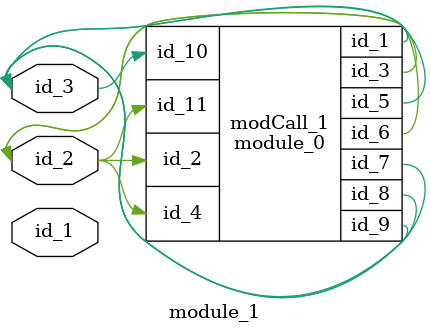
<source format=v>
module module_0 (
    id_1,
    id_2,
    id_3,
    id_4,
    id_5,
    id_6,
    id_7,
    id_8,
    id_9,
    id_10,
    id_11
);
  input wire id_11;
  input wire id_10;
  output wire id_9;
  output wire id_8;
  output wire id_7;
  output wire id_6;
  inout wire id_5;
  input wire id_4;
  output wire id_3;
  input wire id_2;
  inout wire id_1;
  wire id_12;
endmodule
module module_1 (
    id_1,
    id_2,
    id_3
);
  inout wire id_3;
  inout wire id_2;
  inout wire id_1;
  assign id_1[1] = id_3;
  module_0 modCall_1 (
      id_3,
      id_2,
      id_2,
      id_2,
      id_3,
      id_2,
      id_3,
      id_3,
      id_3,
      id_3,
      id_2
  );
endmodule

</source>
